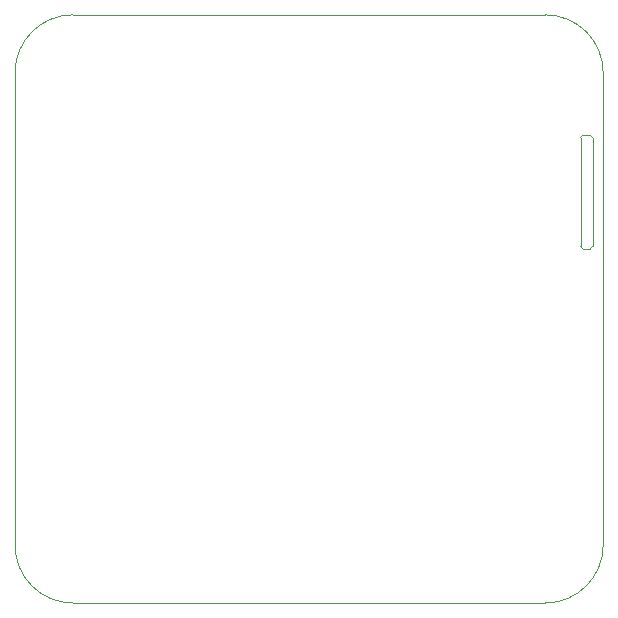
<source format=gm1>
G04 #@! TF.GenerationSoftware,KiCad,Pcbnew,6.0.0-d3dd2cf0fa~116~ubuntu20.04.1*
G04 #@! TF.CreationDate,2022-01-19T00:48:53+01:00*
G04 #@! TF.ProjectId,OtterCam-s3,4f747465-7243-4616-9d2d-73332e6b6963,rev?*
G04 #@! TF.SameCoordinates,Original*
G04 #@! TF.FileFunction,Profile,NP*
%FSLAX46Y46*%
G04 Gerber Fmt 4.6, Leading zero omitted, Abs format (unit mm)*
G04 Created by KiCad (PCBNEW 6.0.0-d3dd2cf0fa~116~ubuntu20.04.1) date 2022-01-19 00:48:53*
%MOMM*%
%LPD*%
G01*
G04 APERTURE LIST*
G04 #@! TA.AperFunction,Profile*
%ADD10C,0.050000*%
G04 #@! TD*
G04 APERTURE END LIST*
D10*
X55000000Y-50100000D02*
X95000000Y-50100000D01*
X99900000Y-55000000D02*
G75*
G03*
X95000000Y-50100000I-4900001J-1D01*
G01*
X98000001Y-69700000D02*
G75*
G03*
X98200000Y-69899999I199998J-1D01*
G01*
X98999999Y-60500000D02*
G75*
G03*
X98800000Y-60300001I-199998J1D01*
G01*
X98800000Y-69899999D02*
G75*
G03*
X98999999Y-69700000I1J199998D01*
G01*
X98200000Y-60300000D02*
G75*
G03*
X98000000Y-60500000I1J-200001D01*
G01*
X55000000Y-50100000D02*
G75*
G03*
X50100000Y-55000000I1J-4900001D01*
G01*
X99900000Y-55000000D02*
X99900000Y-95000000D01*
X50100000Y-55000000D02*
X50100000Y-95000000D01*
X98800000Y-69900000D02*
X98200000Y-69900000D01*
X95000000Y-99900000D02*
X55000000Y-99900000D01*
X50100000Y-95000000D02*
G75*
G03*
X55000000Y-99900000I4900001J1D01*
G01*
X98000000Y-60500000D02*
X98000001Y-69700000D01*
X95000000Y-99900000D02*
G75*
G03*
X99900000Y-95000000I-1J4900001D01*
G01*
X99000000Y-60500000D02*
X99000000Y-69700000D01*
X98800000Y-60300000D02*
X98200000Y-60300000D01*
M02*

</source>
